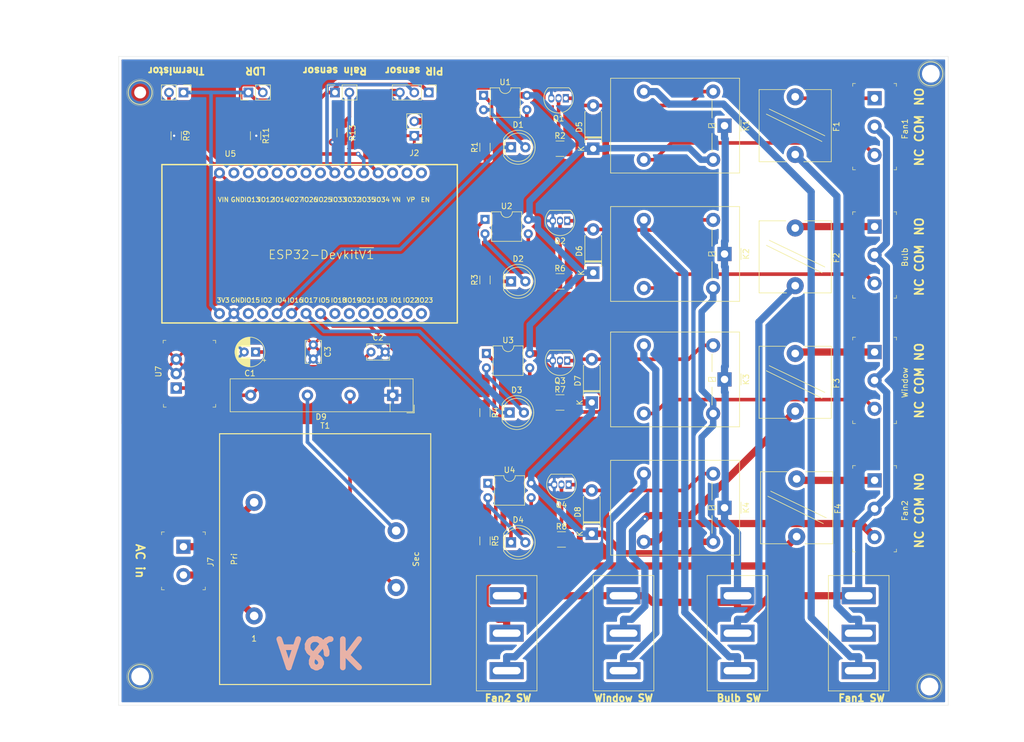
<source format=kicad_pcb>
(kicad_pcb (version 20171130) (host pcbnew "(5.1.10)-1")
  (layers (0 F.Cu signal) (31 B.Cu signal) (34 B.Paste user) (35 F.Paste user) (36 B.SilkS user) (37 F.SilkS user) (38 B.Mask user) (39 F.Mask user) (44 Edge.Cuts user))
  (net 0 "")
  (net 1 GND)
  (net 2 "Net-(C1-Pad1)")
  (net 3 VCC)
  (net 4 "Net-(D1-Pad2)")
  (net 5 IN1)
  (net 6 "Net-(D2-Pad2)")
  (net 7 JD-VCC)
  (net 8 "Net-(D3-Pad2)")
  (net 9 IN2)
  (net 10 "Net-(D4-Pad2)")
  (net 11 IN3)
  (net 12 "Net-(D5-Pad2)")
  (net 13 IN4)
  (net 14 "Net-(D6-Pad2)")
  (net 15 "Net-(D7-Pad2)")
  (net 16 "Net-(D8-Pad2)")
  (net 17 "Net-(D9-Pad2)")
  (net 18 "Net-(D9-Pad3)")
  (net 19 "Net-(J3-Pad3)")
  (net 20 "/Relay /COM4")
  (net 21 "Net-(J4-Pad3)")
  (net 22 "Net-(J5-Pad3)")
  (net 23 "/Relay /NC4")
  (net 24 "Net-(J7-Pad2)")
  (net 25 "Net-(J7-Pad1)")
  (net 26 "Net-(K1-Pad3)")
  (net 27 "Net-(K2-Pad3)")
  (net 28 "Net-(K3-Pad3)")
  (net 29 "Net-(K4-Pad3)")
  (net 30 "Net-(Q1-Pad2)")
  (net 31 "Net-(Q2-Pad2)")
  (net 32 "Net-(Q3-Pad2)")
  (net 33 "Net-(Q4-Pad2)")
  (net 34 "Net-(R1-Pad2)")
  (net 35 "Net-(R2-Pad1)")
  (net 36 "Net-(R3-Pad2)")
  (net 37 "Net-(R4-Pad2)")
  (net 38 "Net-(R5-Pad2)")
  (net 39 "Net-(R6-Pad1)")
  (net 40 "Net-(R7-Pad1)")
  (net 41 "Net-(R8-Pad1)")
  (net 42 "Net-(R9-Pad1)")
  (net 43 "Net-(R10-Pad2)")
  (net 44 "Net-(R10-Pad1)")
  (net 45 "Net-(R12-Pad2)")
  (net 46 "Net-(U5-Pad16)")
  (net 47 "Net-(U5-Pad17)")
  (net 48 "Net-(U5-Pad18)")
  (net 49 "Net-(U5-Pad22)")
  (net 50 "Net-(U5-Pad23)")
  (net 51 "Net-(U5-Pad24)")
  (net 52 "Net-(U5-Pad26)")
  (net 53 "Net-(U5-Pad27)")
  (net 54 "Net-(U5-Pad28)")
  (net 55 "Net-(U5-Pad15)")
  (net 56 "Net-(U5-Pad14)")
  (net 57 "Net-(U5-Pad13)")
  (net 58 "Net-(U5-Pad12)")
  (net 59 "Net-(U5-Pad11)")
  (net 60 "Net-(U5-Pad10)")
  (net 61 "Net-(U5-Pad9)")
  (net 62 "Net-(U5-Pad4)")
  (net 63 "Net-(U5-Pad3)")
  (net 64 "Net-(F1-Pad1)")
  (net 65 "Net-(F1-Pad2)")
  (net 66 "Net-(F2-Pad1)")
  (net 67 "Net-(F2-Pad2)")
  (net 68 "Net-(F3-Pad1)")
  (net 69 "Net-(F3-Pad2)")
  (net 70 "Net-(F4-Pad1)")
  (net 71 "Net-(F4-Pad2)")
  (module MountingHole:MountingHole_2.1mm (layer F.Cu) (at 215.138 32.766)
    (fp_text reference REF**)
    (fp_text value MountingHole_2.1mm)
    (pad "" np_thru_hole circle (at 0 0) (size 2.1 2.1) (drill 2.1) (layers *.Cu *.Mask))
  )
  (module MountingHole:MountingHole_2.1mm (layer F.Cu) (at 75.946 36.068)
    (fp_text reference REF**)
    (fp_text value MountingHole_2.1mm)
    (pad "" np_thru_hole circle (at 0 0) (size 2.1 2.1) (drill 2.1) (layers *.Cu *.Mask))
  )
  (module MountingHole:MountingHole_2.1mm (layer F.Cu) (at 75.946 138.938)
    (fp_text reference REF**)
    (fp_text value MountingHole_2.1mm)
    (pad "" np_thru_hole circle (at 0 0) (size 2.1 2.1) (drill 2.1) (layers *.Cu *.Mask))
  )
  (module MountingHole:MountingHole_2.1mm (layer F.Cu) (at 214.884 140.716)
    (fp_text reference REF**)
    (fp_text value MountingHole_2.1mm)
    (pad "" np_thru_hole circle (at 0 0) (size 2.1 2.1) (drill 2.1) (layers *.Cu *.Mask))
  )
  (module Fuse:Fuseholder_Cylinder-5x20mm_Bulgin_FX0456_Vertical_Closed (layer F.Cu) (at 191.516 104.14 270)
    (fp_text reference F4 (at 5.25 -7.25 270) (layer F.SilkS))
    (fp_text value Fuse)
    (pad 1 thru_hole circle (at 0 0 270) (size 3 3) (drill 1.35) (layers *.Cu *.Mask) (net 70 "Net-(F4-Pad1)"))
    (pad 2 thru_hole circle (at 10.16 0 270) (size 3 3) (drill 1.35) (layers *.Cu *.Mask) (net 71 "Net-(F4-Pad2)"))
  )
  (module Fuse:Fuseholder_Cylinder-5x20mm_Bulgin_FX0456_Vertical_Closed (layer F.Cu) (at 191.262 82.042 270)
    (fp_text reference F3 (at 5.25 -7.25 270) (layer F.SilkS))
    (fp_text value Fuse)
    (pad 1 thru_hole circle (at 0 0 270) (size 3 3) (drill 1.35) (layers *.Cu *.Mask) (net 68 "Net-(F3-Pad1)"))
    (pad 2 thru_hole circle (at 10.16 0 270) (size 3 3) (drill 1.35) (layers *.Cu *.Mask) (net 69 "Net-(F3-Pad2)"))
  )
  (module Fuse:Fuseholder_Cylinder-5x20mm_Bulgin_FX0456_Vertical_Closed (layer F.Cu) (at 191.262 36.83 270)
    (fp_text reference F1 (at 5.25 -7.25 270) (layer F.SilkS))
    (fp_text value Fuse)
    (pad 1 thru_hole circle (at 0 0 270) (size 3 3) (drill 1.35) (layers *.Cu *.Mask) (net 64 "Net-(F1-Pad1)"))
    (pad 2 thru_hole circle (at 10.16 0 270) (size 3 3) (drill 1.35) (layers *.Cu *.Mask) (net 65 "Net-(F1-Pad2)"))
  )
  (module Fuse:Fuseholder_Cylinder-5x20mm_Bulgin_FX0456_Vertical_Closed (layer F.Cu) (at 191.262 59.944 270)
    (fp_text reference F2 (at 5.25 -7.25 270) (layer F.SilkS))
    (fp_text value Fuse)
    (pad 1 thru_hole circle (at 0 0 270) (size 3 3) (drill 1.35) (layers *.Cu *.Mask) (net 66 "Net-(F2-Pad1)"))
    (pad 2 thru_hole circle (at 10.16 0 270) (size 3 3) (drill 1.35) (layers *.Cu *.Mask) (net 67 "Net-(F2-Pad2)"))
  )
  (module Transformer_THT:Transformer_CHK_EI42-5VA_1xSec (layer F.Cu) (at 96.012 128.27)
    (fp_text reference T1 (at 12.5 -33.5) (layer F.SilkS))
    (fp_text value Transformer_1P_1S)
    (fp_text user 1 (at 0 4) (layer F.SilkS))
    (fp_text user Pri (at -3.5 -10 90) (layer F.SilkS))
    (fp_text user Sec (at 28.5 -10 90) (layer F.SilkS))
    (pad 4 thru_hole circle (at 25 -5) (size 3 3) (drill 1.5) (layers *.Cu *.Mask) (net 17 "Net-(D9-Pad2)"))
    (pad 3 thru_hole circle (at 25 -15) (size 3 3) (drill 1.5) (layers *.Cu *.Mask) (net 18 "Net-(D9-Pad3)"))
    (pad 2 thru_hole circle (at 0 -20) (size 3 3) (drill 1.5) (layers *.Cu *.Mask) (net 25 "Net-(J7-Pad1)"))
    (pad 1 thru_hole circle (at 0 0) (size 3 3) (drill 1.5) (layers *.Cu *.Mask) (net 24 "Net-(J7-Pad2)"))
  )
  (module digikey-kicad-library-master:3-SIP_Module_V7805-1000 (layer F.Cu) (at 82.296 88.138 90)
    (fp_text reference U7 (at 2.91 -3.12 90) (layer F.SilkS))
    (fp_text value L7805)
    (pad 3 thru_hole circle (at 5.08 0 90) (size 2 2) (drill 1) (layers *.Cu *.Mask) (net 3 VCC))
    (pad 2 thru_hole circle (at 2.54 0 90) (size 2 2) (drill 1) (layers *.Cu *.Mask) (net 1 GND))
    (pad 1 thru_hole rect (at 0 0 90) (size 2 2) (drill 1) (layers *.Cu *.Mask) (net 2 "Net-(C1-Pad1)"))
  )
  (module Connector_PinHeader_2.54mm:PinHeader_1x03_P2.54mm_Vertical (layer F.Cu) (at 126.746 36.068 270)
    (fp_text reference "PIR sensor" (at -3.81 2.54 180 unlocked) (layer F.SilkS) (effects (font (size 1.25 1.25) (thickness 0.3125))))
    (fp_text value AM312)
    (pad 3 thru_hole oval (at 0 5.08 270) (size 1.7 1.7) (drill 1) (layers *.Cu *.Mask) (net 1 GND))
    (pad 2 thru_hole oval (at 0 2.54 270) (size 1.7 1.7) (drill 1) (layers *.Cu *.Mask) (net 49 "Net-(U5-Pad22)"))
    (pad 1 thru_hole rect (at 0 0 270) (size 1.7 1.7) (drill 1) (layers *.Cu *.Mask) (net 44 "Net-(R10-Pad1)"))
  )
  (module ESP32DEVKITV1:ESP32-DEVKITV1 (layer F.Cu) (at 112.776 61.468)
    (fp_text reference U5 (at -20.955 -14.605) (layer F.SilkS))
    (fp_text value ESP32DEVKITV1)
    (fp_text user ESP32-Devkit~V1 (at -4.93 3.18) (layer F.SilkS) (effects (font (size 1.52 1.52))))
    (fp_text user EN (at 13.37 -6.52) (layer F.SilkS) (effects (font (size 0.8 0.8))))
    (fp_text user VP (at 10.83 -6.52) (layer F.SilkS) (effects (font (size 0.8 0.8))))
    (fp_text user VN (at 8.29 -6.52) (layer F.SilkS) (effects (font (size 0.8 0.8))))
    (fp_text user IO34 (at 5.75 -6.52) (layer F.SilkS) (effects (font (size 0.8 0.8))))
    (fp_text user IO35 (at 3.21 -6.52) (layer F.SilkS) (effects (font (size 0.8 0.8))))
    (fp_text user IO32 (at 0.67 -6.52) (layer F.SilkS) (effects (font (size 0.8 0.8))))
    (fp_text user IO33 (at -1.87 -6.52) (layer F.SilkS) (effects (font (size 0.8 0.8))))
    (fp_text user IO25 (at -4.41 -6.52) (layer F.SilkS) (effects (font (size 0.8 0.8))))
    (fp_text user IO26 (at -6.95 -6.52) (layer F.SilkS) (effects (font (size 0.8 0.8))))
    (fp_text user IO27 (at -9.49 -6.52) (layer F.SilkS) (effects (font (size 0.8 0.8))))
    (fp_text user IO14 (at -12.03 -6.52) (layer F.SilkS) (effects (font (size 0.8 0.8))))
    (fp_text user IO12 (at -14.57 -6.52) (layer F.SilkS) (effects (font (size 0.8 0.8))))
    (fp_text user IO13 (at -17.11 -6.52) (layer F.SilkS) (effects (font (size 0.8 0.8))))
    (fp_text user GND (at -19.65 -6.52) (layer F.SilkS) (effects (font (size 0.8 0.8))))
    (fp_text user VIN (at -22.19 -6.52) (layer F.SilkS) (effects (font (size 0.8 0.8))))
    (fp_text user IO23 (at 13.35 11.2) (layer F.SilkS) (effects (font (size 0.8 0.8))))
    (fp_text user IO22 (at 10.81 11.2) (layer F.SilkS) (effects (font (size 0.8 0.8))))
    (fp_text user IO1 (at 8.27 11.2) (layer F.SilkS) (effects (font (size 0.8 0.8))))
    (fp_text user IO3 (at 5.73 11.2) (layer F.SilkS) (effects (font (size 0.8 0.8))))
    (fp_text user IO21 (at 3.19 11.2) (layer F.SilkS) (effects (font (size 0.8 0.8))))
    (fp_text user IO19 (at 0.65 11.2) (layer F.SilkS) (effects (font (size 0.8 0.8))))
    (fp_text user IO18 (at -1.89 11.2) (layer F.SilkS) (effects (font (size 0.8 0.8))))
    (fp_text user IO5 (at -4.43 11.2) (layer F.SilkS) (effects (font (size 0.8 0.8))))
    (fp_text user IO17 (at -6.97 11.2) (layer F.SilkS) (effects (font (size 0.8 0.8))))
    (fp_text user IO16 (at -9.51 11.2) (layer F.SilkS) (effects (font (size 0.8 0.8))))
    (fp_text user IO4 (at -12.05 11.2) (layer F.SilkS) (effects (font (size 0.8 0.8))))
    (fp_text user IO2 (at -14.59 11.2) (layer F.SilkS) (effects (font (size 0.8 0.8))))
    (fp_text user IO15 (at -17.13 11.2) (layer F.SilkS) (effects (font (size 0.8 0.8))))
    (fp_text user GND (at -19.67 11.2) (layer F.SilkS) (effects (font (size 0.8 0.8))))
    (fp_text user 3V3 (at -22.21 11.2) (layer F.SilkS) (effects (font (size 0.8 0.8))))
    (pad 16 thru_hole circle (at 12.69 -11.23) (size 1.9304 1.9304) (drill 1) (layers *.Cu *.Mask) (net 46 "Net-(U5-Pad16)"))
    (pad 17 thru_hole circle (at 10.15 -11.23) (size 1.9304 1.9304) (drill 1) (layers *.Cu *.Mask) (net 47 "Net-(U5-Pad17)"))
    (pad 18 thru_hole circle (at 7.61 -11.23) (size 1.9304 1.9304) (drill 1) (layers *.Cu *.Mask) (net 48 "Net-(U5-Pad18)"))
    (pad 19 thru_hole circle (at 5.07 -11.23) (size 1.9304 1.9304) (drill 1) (layers *.Cu *.Mask) (net 42 "Net-(R9-Pad1)"))
    (pad 20 thru_hole circle (at 2.53 -11.23) (size 1.9304 1.9304) (drill 1) (layers *.Cu *.Mask) (net 43 "Net-(R10-Pad2)"))
    (pad 21 thru_hole circle (at -0.01 -11.23) (size 1.9304 1.9304) (drill 1) (layers *.Cu *.Mask) (net 45 "Net-(R12-Pad2)"))
    (pad 22 thru_hole circle (at -2.55 -11.23) (size 1.9304 1.9304) (drill 1) (layers *.Cu *.Mask) (net 49 "Net-(U5-Pad22)"))
    (pad 23 thru_hole circle (at -5.09 -11.23) (size 1.9304 1.9304) (drill 1) (layers *.Cu *.Mask) (net 50 "Net-(U5-Pad23)"))
    (pad 24 thru_hole circle (at -7.63 -11.23) (size 1.9304 1.9304) (drill 1) (layers *.Cu *.Mask) (net 51 "Net-(U5-Pad24)"))
    (pad 25 thru_hole circle (at -10.17 -11.23) (size 1.9304 1.9304) (drill 1) (layers *.Cu *.Mask))
    (pad 26 thru_hole circle (at -12.71 -11.23) (size 1.9304 1.9304) (drill 1) (layers *.Cu *.Mask) (net 52 "Net-(U5-Pad26)"))
    (pad 27 thru_hole circle (at -15.25 -11.23) (size 1.9304 1.9304) (drill 1) (layers *.Cu *.Mask) (net 53 "Net-(U5-Pad27)"))
    (pad 28 thru_hole circle (at -17.79 -11.23) (size 1.9304 1.9304) (drill 1) (layers *.Cu *.Mask) (net 54 "Net-(U5-Pad28)"))
    (pad 29 thru_hole circle (at -20.33 -11.23) (size 1.9304 1.9304) (drill 1) (layers *.Cu *.Mask))
    (pad 30 thru_hole circle (at -22.87 -11.23) (size 1.9304 1.9304) (drill 1) (layers *.Cu *.Mask) (net 3 VCC))
    (pad 15 thru_hole circle (at 12.69 13.54) (size 1.9304 1.9304) (drill 1) (layers *.Cu *.Mask) (net 55 "Net-(U5-Pad15)"))
    (pad 14 thru_hole circle (at 10.15 13.54) (size 1.9304 1.9304) (drill 1) (layers *.Cu *.Mask) (net 56 "Net-(U5-Pad14)"))
    (pad 13 thru_hole circle (at 7.61 13.54) (size 1.9304 1.9304) (drill 1) (layers *.Cu *.Mask) (net 57 "Net-(U5-Pad13)"))
    (pad 12 thru_hole circle (at 5.07 13.54) (size 1.9304 1.9304) (drill 1) (layers *.Cu *.Mask) (net 58 "Net-(U5-Pad12)"))
    (pad 11 thru_hole circle (at 2.53 13.54) (size 1.9304 1.9304) (drill 1) (layers *.Cu *.Mask) (net 59 "Net-(U5-Pad11)"))
    (pad 10 thru_hole circle (at -0.01 13.54) (size 1.9304 1.9304) (drill 1) (layers *.Cu *.Mask) (net 60 "Net-(U5-Pad10)"))
    (pad 9 thru_hole circle (at -2.55 13.54) (size 1.9304 1.9304) (drill 1) (layers *.Cu *.Mask) (net 61 "Net-(U5-Pad9)"))
    (pad 8 thru_hole circle (at -5.09 13.54) (size 1.9304 1.9304) (drill 1) (layers *.Cu *.Mask) (net 13 IN4))
    (pad 7 thru_hole circle (at -7.63 13.54) (size 1.9304 1.9304) (drill 1) (layers *.Cu *.Mask) (net 11 IN3))
    (pad 6 thru_hole circle (at -10.17 13.54) (size 1.9304 1.9304) (drill 1) (layers *.Cu *.Mask) (net 9 IN2))
    (pad 5 thru_hole circle (at -12.71 13.54) (size 1.9304 1.9304) (drill 1) (layers *.Cu *.Mask) (net 5 IN1))
    (pad 4 thru_hole circle (at -15.25 13.54) (size 1.9304 1.9304) (drill 1) (layers *.Cu *.Mask) (net 62 "Net-(U5-Pad4)"))
    (pad 3 thru_hole circle (at -17.79 13.54) (size 1.9304 1.9304) (drill 1) (layers *.Cu *.Mask) (net 63 "Net-(U5-Pad3)"))
    (pad 2 thru_hole circle (at -20.33 13.54) (size 1.9304 1.9304) (drill 1) (layers *.Cu *.Mask) (net 1 GND))
    (pad 1 thru_hole circle (at -22.87 13.54) (size 1.9304 1.9304) (drill 1) (layers *.Cu *.Mask) (net 44 "Net-(R10-Pad1)"))
  )
  (module Package_DIP:DIP-4_W7.62mm (layer F.Cu) (at 137.16 104.902)
    (fp_text reference U4 (at 3.81 -2.33) (layer F.SilkS))
    (fp_text value PC817)
    (pad 4 thru_hole oval (at 7.62 0) (size 1.6 1.6) (drill 0.8) (layers *.Cu *.Mask) (net 7 JD-VCC))
    (pad 2 thru_hole oval (at 0 2.54) (size 1.6 1.6) (drill 0.8) (layers *.Cu *.Mask) (net 10 "Net-(D4-Pad2)"))
    (pad 3 thru_hole oval (at 7.62 2.54) (size 1.6 1.6) (drill 0.8) (layers *.Cu *.Mask) (net 41 "Net-(R8-Pad1)"))
    (pad 1 thru_hole rect (at 0 0) (size 1.6 1.6) (drill 0.8) (layers *.Cu *.Mask) (net 38 "Net-(R5-Pad2)"))
  )
  (module Package_DIP:DIP-4_W7.62mm (layer F.Cu) (at 136.906 82.042)
    (fp_text reference U3 (at 3.81 -2.33) (layer F.SilkS))
    (fp_text value PC817)
    (pad 4 thru_hole oval (at 7.62 0) (size 1.6 1.6) (drill 0.8) (layers *.Cu *.Mask) (net 7 JD-VCC))
    (pad 2 thru_hole oval (at 0 2.54) (size 1.6 1.6) (drill 0.8) (layers *.Cu *.Mask) (net 8 "Net-(D3-Pad2)"))
    (pad 3 thru_hole oval (at 7.62 2.54) (size 1.6 1.6) (drill 0.8) (layers *.Cu *.Mask) (net 40 "Net-(R7-Pad1)"))
    (pad 1 thru_hole rect (at 0 0) (size 1.6 1.6) (drill 0.8) (layers *.Cu *.Mask) (net 37 "Net-(R4-Pad2)"))
  )
  (module Package_DIP:DIP-4_W7.62mm (layer F.Cu) (at 136.652 58.42)
    (fp_text reference U2 (at 3.81 -2.33) (layer F.SilkS))
    (fp_text value PC817)
    (pad 4 thru_hole oval (at 7.62 0) (size 1.6 1.6) (drill 0.8) (layers *.Cu *.Mask) (net 7 JD-VCC))
    (pad 2 thru_hole oval (at 0 2.54) (size 1.6 1.6) (drill 0.8) (layers *.Cu *.Mask) (net 6 "Net-(D2-Pad2)"))
    (pad 3 thru_hole oval (at 7.62 2.54) (size 1.6 1.6) (drill 0.8) (layers *.Cu *.Mask) (net 39 "Net-(R6-Pad1)"))
    (pad 1 thru_hole rect (at 0 0) (size 1.6 1.6) (drill 0.8) (layers *.Cu *.Mask) (net 36 "Net-(R3-Pad2)"))
  )
  (module Package_DIP:DIP-4_W7.62mm (layer F.Cu) (at 136.398 36.576)
    (fp_text reference U1 (at 3.81 -2.33) (layer F.SilkS))
    (fp_text value PC817)
    (pad 4 thru_hole oval (at 7.62 0) (size 1.6 1.6) (drill 0.8) (layers *.Cu *.Mask) (net 7 JD-VCC))
    (pad 2 thru_hole oval (at 0 2.54) (size 1.6 1.6) (drill 0.8) (layers *.Cu *.Mask) (net 4 "Net-(D1-Pad2)"))
    (pad 3 thru_hole oval (at 7.62 2.54) (size 1.6 1.6) (drill 0.8) (layers *.Cu *.Mask) (net 35 "Net-(R2-Pad1)"))
    (pad 1 thru_hole rect (at 0 0) (size 1.6 1.6) (drill 0.8) (layers *.Cu *.Mask) (net 34 "Net-(R1-Pad2)"))
  )
  (module Connector_PinHeader_2.54mm:PinHeader_1x02_P2.54mm_Vertical (layer F.Cu) (at 83.566 36.068 270)
    (fp_text reference Thermistor (at -3.81 1.27 180 unlocked) (layer F.SilkS) (effects (font (size 1.25 1.25) (thickness 0.3125))))
    (fp_text value Thermistor)
    (pad 2 thru_hole oval (at 0 2.54 270) (size 1.7 1.7) (drill 1) (layers *.Cu *.Mask) (net 42 "Net-(R9-Pad1)"))
    (pad 1 thru_hole rect (at 0 0 270) (size 1.7 1.7) (drill 1) (layers *.Cu *.Mask) (net 44 "Net-(R10-Pad1)"))
  )
  (module Button_Switch_THT:rocker_switch (layer F.Cu) (at 140.462 131.318 90)
    (fp_text reference "Fan2 SW" (at -11.43 0.254 180) (layer F.SilkS) (effects (font (size 1.25 1.25) (thickness 0.3125))))
    (fp_text value SW_SPDT)
    (pad 2 thru_hole rect (at 0 0 90) (size 3 6) (drill oval 1.3 4.9) (layers *.Cu *.Mask) (net 71 "Net-(F4-Pad2)"))
    (pad 1 thru_hole rect (at -6.6 0 90) (size 3 6) (drill oval 1.3 4.9) (layers *.Cu *.Mask) (net 29 "Net-(K4-Pad3)"))
    (pad 3 thru_hole rect (at 6.6 0 90) (size 3 6) (drill oval 1.3 4.9) (layers *.Cu *.Mask) (net 20 "/Relay /COM4"))
  )
  (module Button_Switch_THT:rocker_switch (layer F.Cu) (at 181.102 131.318 90)
    (fp_text reference "Bulb SW" (at -11.43 0.254 180) (layer F.SilkS) (effects (font (size 1.25 1.25) (thickness 0.3125))))
    (fp_text value SW_SPDT)
    (pad 3 thru_hole rect (at 6.6 0 90) (size 3 6) (drill oval 1.3 4.9) (layers *.Cu *.Mask) (net 20 "/Relay /COM4"))
    (pad 1 thru_hole rect (at -6.6 0 90) (size 3 6) (drill oval 1.3 4.9) (layers *.Cu *.Mask) (net 27 "Net-(K2-Pad3)"))
    (pad 2 thru_hole rect (at 0 0 90) (size 3 6) (drill oval 1.3 4.9) (layers *.Cu *.Mask) (net 67 "Net-(F2-Pad2)"))
  )
  (module Button_Switch_THT:rocker_switch (layer F.Cu) (at 161.036 131.318 90)
    (fp_text reference "Window SW" (at -11.43 0 180) (layer F.SilkS) (effects (font (size 1.25 1.25) (thickness 0.3125))))
    (fp_text value SW_SPDT)
    (pad 3 thru_hole rect (at 6.6 0 90) (size 3 6) (drill oval 1.3 4.9) (layers *.Cu *.Mask) (net 20 "/Relay /COM4"))
    (pad 1 thru_hole rect (at -6.6 0 90) (size 3 6) (drill oval 1.3 4.9) (layers *.Cu *.Mask) (net 28 "Net-(K3-Pad3)"))
    (pad 2 thru_hole rect (at 0 0 90) (size 3 6) (drill oval 1.3 4.9) (layers *.Cu *.Mask) (net 69 "Net-(F3-Pad2)"))
  )
  (module Button_Switch_THT:rocker_switch (layer F.Cu) (at 202.438 131.318 90)
    (fp_text reference "Fan1 SW" (at -11.43 0.508 180) (layer F.SilkS) (effects (font (size 1.25 1.25) (thickness 0.3125))))
    (fp_text value SW_SPDT)
    (pad 3 thru_hole rect (at 6.6 0 90) (size 3 6) (drill oval 1.3 4.9) (layers *.Cu *.Mask) (net 20 "/Relay /COM4"))
    (pad 1 thru_hole rect (at -6.6 0 90) (size 3 6) (drill oval 1.3 4.9) (layers *.Cu *.Mask) (net 26 "Net-(K1-Pad3)"))
    (pad 2 thru_hole rect (at 0 0 90) (size 3 6) (drill oval 1.3 4.9) (layers *.Cu *.Mask) (net 65 "Net-(F1-Pad2)"))
  )
  (module Resistor_SMD:R_1206_3216Metric_Pad1.30x1.75mm_HandSolder (layer F.Cu) (at 111.506 43.18 270)
    (fp_text reference R13 (at 0 -1.82 90) (layer F.SilkS))
    (fp_text value 10k)
    (pad 2 smd roundrect (at 1.55 0 270) (size 1.3 1.75) (layers F.Cu F.Paste F.Mask) (roundrect_rratio 0.1923076923076923) (net 1 GND))
    (pad 1 smd roundrect (at -1.55 0 270) (size 1.3 1.75) (layers F.Cu F.Paste F.Mask) (roundrect_rratio 0.1923076923076923) (net 45 "Net-(R12-Pad2)"))
  )
  (module Connector_PinSocket_2.54mm:PinSocket_1x02_P2.54mm_Vertical (layer F.Cu) (at 110.236 36.068 90)
    (fp_text reference "Rain sensor" (at 3.81 0 180 unlocked) (layer F.SilkS) (effects (font (size 1.25 1.25) (thickness 0.3125))))
    (fp_text value "Rain Sensor")
    (pad 2 thru_hole oval (at 0 2.54 90) (size 1.7 1.7) (drill 1) (layers *.Cu *.Mask) (net 45 "Net-(R12-Pad2)"))
    (pad 1 thru_hole rect (at 0 0 90) (size 1.7 1.7) (drill 1) (layers *.Cu *.Mask) (net 44 "Net-(R10-Pad1)"))
  )
  (module Resistor_SMD:R_1206_3216Metric_Pad1.30x1.75mm_HandSolder (layer F.Cu) (at 96.266 43.688 270)
    (fp_text reference R11 (at 0 -1.82 90) (layer F.SilkS))
    (fp_text value 10k)
    (pad 2 smd roundrect (at 1.55 0 270) (size 1.3 1.75) (layers F.Cu F.Paste F.Mask) (roundrect_rratio 0.1923076923076923) (net 1 GND))
    (pad 1 smd roundrect (at -1.55 0 270) (size 1.3 1.75) (layers F.Cu F.Paste F.Mask) (roundrect_rratio 0.1923076923076923) (net 43 "Net-(R10-Pad2)"))
  )
  (module Connector_PinHeader_2.54mm:PinHeader_1x02_P2.54mm_Vertical (layer F.Cu) (at 94.996 36.068 90)
    (fp_text reference LDR (at 3.81 1.27 180 unlocked) (layer F.SilkS) (effects (font (size 1.25 1.25) (thickness 0.3125))))
    (fp_text value LDR03)
    (pad 2 thru_hole oval (at 0 2.54 90) (size 1.7 1.7) (drill 1) (layers *.Cu *.Mask) (net 43 "Net-(R10-Pad2)"))
    (pad 1 thru_hole rect (at 0 0 90) (size 1.7 1.7) (drill 1) (layers *.Cu *.Mask) (net 44 "Net-(R10-Pad1)"))
  )
  (module Resistor_SMD:R_1206_3216Metric_Pad1.30x1.75mm_HandSolder (layer F.Cu) (at 82.296 43.688 270)
    (fp_text reference R9 (at 0 -1.82 90) (layer F.SilkS))
    (fp_text value 10k)
    (pad 2 smd roundrect (at 1.55 0 270) (size 1.3 1.75) (layers F.Cu F.Paste F.Mask) (roundrect_rratio 0.1923076923076923) (net 1 GND))
    (pad 1 smd roundrect (at -1.55 0 270) (size 1.3 1.75) (layers F.Cu F.Paste F.Mask) (roundrect_rratio 0.1923076923076923) (net 42 "Net-(R9-Pad1)"))
  )
  (module Resistor_SMD:R_1210_3225Metric_Pad1.30x2.65mm_HandSolder (layer F.Cu) (at 150.114 114.808)
    (fp_text reference R8 (at 0 -2.28) (layer F.SilkS))
    (fp_text value 510)
    (pad 2 smd roundrect (at 1.55 0) (size 1.3 2.65) (layers F.Cu F.Paste F.Mask) (roundrect_rratio 0.1923076923076923) (net 33 "Net-(Q4-Pad2)"))
    (pad 1 smd roundrect (at -1.55 0) (size 1.3 2.65) (layers F.Cu F.Paste F.Mask) (roundrect_rratio 0.1923076923076923) (net 41 "Net-(R8-Pad1)"))
  )
  (module Resistor_SMD:R_1210_3225Metric_Pad1.30x2.65mm_HandSolder (layer F.Cu) (at 149.86 90.678)
    (fp_text reference R7 (at 0 -2.28) (layer F.SilkS))
    (fp_text value 510)
    (pad 2 smd roundrect (at 1.55 0) (size 1.3 2.65) (layers F.Cu F.Paste F.Mask) (roundrect_rratio 0.1923076923076923) (net 32 "Net-(Q3-Pad2)"))
    (pad 1 smd roundrect (at -1.55 0) (size 1.3 2.65) (layers F.Cu F.Paste F.Mask) (roundrect_rratio 0.1923076923076923) (net 40 "Net-(R7-Pad1)"))
  )
  (module Resistor_SMD:R_1210_3225Metric_Pad1.30x2.65mm_HandSolder (layer F.Cu) (at 149.86 69.342)
    (fp_text reference R6 (at 0 -2.28) (layer F.SilkS))
    (fp_text value 510)
    (pad 2 smd roundrect (at 1.55 0) (size 1.3 2.65) (layers F.Cu F.Paste F.Mask) (roundrect_rratio 0.1923076923076923) (net 31 "Net-(Q2-Pad2)"))
    (pad 1 smd roundrect (at -1.55 0) (size 1.3 2.65) (layers F.Cu F.Paste F.Mask) (roundrect_rratio 0.1923076923076923) (net 39 "Net-(R6-Pad1)"))
  )
  (module Resistor_SMD:R_1206_3216Metric_Pad1.30x1.75mm_HandSolder (layer F.Cu) (at 136.652 115.062 270)
    (fp_text reference R5 (at 0 -1.82 90) (layer F.SilkS))
    (fp_text value 1k)
    (pad 2 smd roundrect (at 1.55 0 270) (size 1.3 1.75) (layers F.Cu F.Paste F.Mask) (roundrect_rratio 0.1923076923076923) (net 38 "Net-(R5-Pad2)"))
    (pad 1 smd roundrect (at -1.55 0 270) (size 1.3 1.75) (layers F.Cu F.Paste F.Mask) (roundrect_rratio 0.1923076923076923) (net 3 VCC))
  )
  (module Resistor_SMD:R_1206_3216Metric_Pad1.30x1.75mm_HandSolder (layer F.Cu) (at 136.652 92.456 270)
    (fp_text reference R4 (at 0 -1.82 90) (layer F.SilkS))
    (fp_text value 1k)
    (pad 2 smd roundrect (at 1.55 0 270) (size 1.3 1.75) (layers F.Cu F.Paste F.Mask) (roundrect_rratio 0.1923076923076923) (net 37 "Net-(R4-Pad2)"))
    (pad 1 smd roundrect (at -1.55 0 270) (size 1.3 1.75) (layers F.Cu F.Paste F.Mask) (roundrect_rratio 0.1923076923076923) (net 3 VCC))
  )
  (module Resistor_SMD:R_1206_3216Metric_Pad1.30x1.75mm_HandSolder (layer F.Cu) (at 136.652 69.088 90)
    (fp_text reference R3 (at 0 -1.82 90) (layer F.SilkS))
    (fp_text value 1k)
    (pad 2 smd roundrect (at 1.55 0 90) (size 1.3 1.75) (layers F.Cu F.Paste F.Mask) (roundrect_rratio 0.1923076923076923) (net 36 "Net-(R3-Pad2)"))
    (pad 1 smd roundrect (at -1.55 0 90) (size 1.3 1.75) (layers F.Cu F.Paste F.Mask) (roundrect_rratio 0.1923076923076923) (net 3 VCC))
  )
  (module Resistor_SMD:R_1210_3225Metric_Pad1.30x2.65mm_HandSolder (layer F.Cu) (at 149.86 45.974)
    (fp_text reference R2 (at 0 -2.28) (layer F.SilkS))
    (fp_text value 510)
    (pad 2 smd roundrect (at 1.55 0) (size 1.3 2.65) (layers F.Cu F.Paste F.Mask) (roundrect_rratio 0.1923076923076923) (net 30 "Net-(Q1-Pad2)"))
    (pad 1 smd roundrect (at -1.55 0) (size 1.3 2.65) (layers F.Cu F.Paste F.Mask) (roundrect_rratio 0.1923076923076923) (net 35 "Net-(R2-Pad1)"))
  )
  (module Resistor_SMD:R_1206_3216Metric_Pad1.30x1.75mm_HandSolder (layer F.Cu) (at 136.652 45.72 90)
    (fp_text reference R1 (at 0 -1.82 90) (layer F.SilkS))
    (fp_text value 1k)
    (pad 2 smd roundrect (at 1.55 0 90) (size 1.3 1.75) (layers F.Cu F.Paste F.Mask) (roundrect_rratio 0.1923076923076923) (net 34 "Net-(R1-Pad2)"))
    (pad 1 smd roundrect (at -1.55 0 90) (size 1.3 1.75) (layers F.Cu F.Paste F.Mask) (roundrect_rratio 0.1923076923076923) (net 3 VCC))
  )
  (module Package_TO_SOT_THT:TO-92_Inline (layer F.Cu) (at 151.384 105.156 180)
    (fp_text reference Q4 (at 1.27 -3.56) (layer F.SilkS))
    (fp_text value BC547)
    (pad 1 thru_hole rect (at 0 0 180) (size 1.05 1.5) (drill 0.75) (layers *.Cu *.Mask) (net 16 "Net-(D8-Pad2)"))
    (pad 3 thru_hole oval (at 2.54 0 180) (size 1.05 1.5) (drill 0.75) (layers *.Cu *.Mask) (net 1 GND))
    (pad 2 thru_hole oval (at 1.27 0 180) (size 1.05 1.5) (drill 0.75) (layers *.Cu *.Mask) (net 33 "Net-(Q4-Pad2)"))
  )
  (module Package_TO_SOT_THT:TO-92_Inline (layer F.Cu) (at 151.13 83.312 180)
    (fp_text reference Q3 (at 1.27 -3.56) (layer F.SilkS))
    (fp_text value BC547)
    (pad 1 thru_hole rect (at 0 0 180) (size 1.05 1.5) (drill 0.75) (layers *.Cu *.Mask) (net 15 "Net-(D7-Pad2)"))
    (pad 3 thru_hole oval (at 2.54 0 180) (size 1.05 1.5) (drill 0.75) (layers *.Cu *.Mask) (net 1 GND))
    (pad 2 thru_hole oval (at 1.27 0 180) (size 1.05 1.5) (drill 0.75) (layers *.Cu *.Mask) (net 32 "Net-(Q3-Pad2)"))
  )
  (module Package_TO_SOT_THT:TO-92_Inline (layer F.Cu) (at 151.13 58.674 180)
    (fp_text reference Q2 (at 1.27 -3.56) (layer F.SilkS))
    (fp_text value BC547)
    (pad 1 thru_hole rect (at 0 0 180) (size 1.05 1.5) (drill 0.75) (layers *.Cu *.Mask) (net 14 "Net-(D6-Pad2)"))
    (pad 3 thru_hole oval (at 2.54 0 180) (size 1.05 1.5) (drill 0.75) (layers *.Cu *.Mask) (net 1 GND))
    (pad 2 thru_hole oval (at 1.27 0 180) (size 1.05 1.5) (drill 0.75) (layers *.Cu *.Mask) (net 31 "Net-(Q2-Pad2)"))
  )
  (module Package_TO_SOT_THT:TO-92_Inline (layer F.Cu) (at 150.876 37.084 180)
    (fp_text reference Q1 (at 1.27 -3.56) (layer F.SilkS))
    (fp_text value BC547)
    (pad 1 thru_hole rect (at 0 0 180) (size 1.05 1.5) (drill 0.75) (layers *.Cu *.Mask) (net 12 "Net-(D5-Pad2)"))
    (pad 3 thru_hole oval (at 2.54 0 180) (size 1.05 1.5) (drill 0.75) (layers *.Cu *.Mask) (net 1 GND))
    (pad 2 thru_hole oval (at 1.27 0 180) (size 1.05 1.5) (drill 0.75) (layers *.Cu *.Mask) (net 30 "Net-(Q1-Pad2)"))
  )
  (module Relay_THT:Relay_SPDT_Omron-G5LE-1 (layer F.Cu) (at 178.816 109.22 270)
    (fp_text reference K4 (at 0 -3.8 90) (layer F.SilkS))
    (fp_text value G5LE-1)
    (pad 5 thru_hole oval (at 6 2 270) (size 2.5 2.5) (drill 1.3) (layers *.Cu *.Mask) (net 7 JD-VCC))
    (pad 4 thru_hole oval (at 6 14.2 270) (size 2.5 2.5) (drill 1.3) (layers *.Cu *.Mask) (net 23 "/Relay /NC4"))
    (pad 3 thru_hole oval (at -6 14.2 270) (size 2.5 2.5) (drill 1.3) (layers *.Cu *.Mask) (net 29 "Net-(K4-Pad3)"))
    (pad 2 thru_hole oval (at -6 2 270) (size 2.5 2.5) (drill 1.3) (layers *.Cu *.Mask) (net 16 "Net-(D8-Pad2)"))
    (pad 1 thru_hole rect (at 0 0 270) (size 2.5 2.5) (drill 1.3) (layers *.Cu *.Mask) (net 20 "/Relay /COM4"))
  )
  (module Relay_THT:Relay_SPDT_Omron-G5LE-1 (layer F.Cu) (at 178.816 86.614 270)
    (fp_text reference K3 (at 0 -3.8 90) (layer F.SilkS))
    (fp_text value G5LE-1)
    (pad 5 thru_hole oval (at 6 2 270) (size 2.5 2.5) (drill 1.3) (layers *.Cu *.Mask) (net 7 JD-VCC))
    (pad 4 thru_hole oval (at 6 14.2 270) (size 2.5 2.5) (drill 1.3) (layers *.Cu *.Mask) (net 21 "Net-(J4-Pad3)"))
    (pad 3 thru_hole oval (at -6 14.2 270) (size 2.5 2.5) (drill 1.3) (layers *.Cu *.Mask) (net 28 "Net-(K3-Pad3)"))
    (pad 2 thru_hole oval (at -6 2 270) (size 2.5 2.5) (drill 1.3) (layers *.Cu *.Mask) (net 15 "Net-(D7-Pad2)"))
    (pad 1 thru_hole rect (at 0 0 270) (size 2.5 2.5) (drill 1.3) (layers *.Cu *.Mask) (net 20 "/Relay /COM4"))
  )
  (module Relay_THT:Relay_SPDT_Omron-G5LE-1 (layer F.Cu) (at 178.816 64.516 270)
    (fp_text reference K2 (at 0 -3.8 90) (layer F.SilkS))
    (fp_text value G5LE-1)
    (pad 5 thru_hole oval (at 6 2 270) (size 2.5 2.5) (drill 1.3) (layers *.Cu *.Mask) (net 7 JD-VCC))
    (pad 4 thru_hole oval (at 6 14.2 270) (size 2.5 2.5) (drill 1.3) (layers *.Cu *.Mask) (net 22 "Net-(J5-Pad3)"))
    (pad 3 thru_hole oval (at -6 14.2 270) (size 2.5 2.5) (drill 1.3) (layers *.Cu *.Mask) (net 27 "Net-(K2-Pad3)"))
    (pad 2 thru_hole oval (at -6 2 270) (size 2.5 2.5) (drill 1.3) (layers *.Cu *.Mask) (net 14 "Net-(D6-Pad2)"))
    (pad 1 thru_hole rect (at 0 0 270) (size 2.5 2.5) (drill 1.3) (layers *.Cu *.Mask) (net 20 "/Relay /COM4"))
  )
  (module Relay_THT:Relay_SPDT_Omron-G5LE-1 (layer F.Cu) (at 178.816 41.91 270)
    (fp_text reference K1 (at 0 -3.8 90) (layer F.SilkS))
    (fp_text value G5LE-1)
    (pad 5 thru_hole oval (at 6 2 270) (size 2.5 2.5) (drill 1.3) (layers *.Cu *.Mask) (net 7 JD-VCC))
    (pad 4 thru_hole oval (at 6 14.2 270) (size 2.5 2.5) (drill 1.3) (layers *.Cu *.Mask) (net 19 "Net-(J3-Pad3)"))
    (pad 3 thru_hole oval (at -6 14.2 270) (size 2.5 2.5) (drill 1.3) (layers *.Cu *.Mask) (net 26 "Net-(K1-Pad3)"))
    (pad 2 thru_hole oval (at -6 2 270) (size 2.5 2.5) (drill 1.3) (layers *.Cu *.Mask) (net 12 "Net-(D5-Pad2)"))
    (pad 1 thru_hole rect (at 0 0 270) (size 2.5 2.5) (drill 1.3) (layers *.Cu *.Mask) (net 20 "/Relay /COM4"))
  )
  (module digikey-kicad-library-master:Term_Block_1x2_P5mm (layer F.Cu) (at 83.566 116.078 270)
    (fp_text reference J7 (at 2.7 -4.8 90) (layer F.SilkS))
    (fp_text value AC_IN)
    (pad 2 thru_hole circle (at 5 0 270) (size 2.5 2.5) (drill 1.3) (layers *.Cu *.Mask) (net 24 "Net-(J7-Pad2)"))
    (pad 1 thru_hole rect (at 0 0 270) (size 2.5 2.5) (drill 1.3) (layers *.Cu *.Mask) (net 25 "Net-(J7-Pad1)"))
  )
  (module digikey-kicad-library-master:Term_Block_1x3_P5mm (layer F.Cu) (at 205.232 104.394 270)
    (fp_text reference Fan2 (at 5.334 -5.334 90) (layer F.SilkS))
    (fp_text value Fan2)
    (pad 3 thru_hole circle (at 10 0 270) (size 2.5 2.5) (drill 1.3) (layers *.Cu *.Mask) (net 23 "/Relay /NC4"))
    (pad 2 thru_hole circle (at 5 0 270) (size 2.5 2.5) (drill 1.3) (layers *.Cu *.Mask) (net 20 "/Relay /COM4"))
    (pad 1 thru_hole rect (at 0 0 270) (size 2.5 2.5) (drill 1.3) (layers *.Cu *.Mask) (net 70 "Net-(F4-Pad1)"))
  )
  (module digikey-kicad-library-master:Term_Block_1x3_P5mm (layer F.Cu) (at 205.232 59.69 270)
    (fp_text reference Bulb (at 5.4 -5.334 90) (layer F.SilkS))
    (fp_text value Bulb)
    (pad 3 thru_hole circle (at 10 0 270) (size 2.5 2.5) (drill 1.3) (layers *.Cu *.Mask) (net 22 "Net-(J5-Pad3)"))
    (pad 2 thru_hole circle (at 5 0 270) (size 2.5 2.5) (drill 1.3) (layers *.Cu *.Mask) (net 20 "/Relay /COM4"))
    (pad 1 thru_hole rect (at 0 0 270) (size 2.5 2.5) (drill 1.3) (layers *.Cu *.Mask) (net 66 "Net-(F2-Pad1)"))
  )
  (module digikey-kicad-library-master:Term_Block_1x3_P5mm (layer F.Cu) (at 205.232 81.788 270)
    (fp_text reference Window (at 5.4 -5.334 90) (layer F.SilkS))
    (fp_text value Window)
    (pad 3 thru_hole circle (at 10 0 270) (size 2.5 2.5) (drill 1.3) (layers *.Cu *.Mask) (net 21 "Net-(J4-Pad3)"))
    (pad 2 thru_hole circle (at 5 0 270) (size 2.5 2.5) (drill 1.3) (layers *.Cu *.Mask) (net 20 "/Relay /COM4"))
    (pad 1 thru_hole rect (at 0 0 270) (size 2.5 2.5) (drill 1.3) (layers *.Cu *.Mask) (net 68 "Net-(F3-Pad1)"))
  )
  (module digikey-kicad-library-master:Term_Block_1x3_P5mm (layer F.Cu) (at 205.232 37.084 270)
    (fp_text reference Fan1 (at 5.4 -5.334 90) (layer F.SilkS))
    (fp_text value Fan1)
    (pad 3 thru_hole circle (at 10 0 270) (size 2.5 2.5) (drill 1.3) (layers *.Cu *.Mask) (net 19 "Net-(J3-Pad3)"))
    (pad 2 thru_hole circle (at 5 0 270) (size 2.5 2.5) (drill 1.3) (layers *.Cu *.Mask) (net 20 "/Relay /COM4"))
    (pad 1 thru_hole rect (at 0 0 270) (size 2.5 2.5) (drill 1.3) (layers *.Cu *.Mask) (net 64 "Net-(F1-Pad1)"))
  )
  (module Connector_PinHeader_2.54mm:PinHeader_1x02_P2.54mm_Vertical (layer F.Cu) (at 124.206 43.688 180)
    (fp_text reference J2 (at 0 -3.048) (layer F.SilkS))
    (fp_text value Conn_01x02)
    (pad 2 thru_hole oval (at 0 2.54 180) (size 1.7 1.7) (drill 1) (layers *.Cu *.Mask) (net 7 JD-VCC))
    (pad 1 thru_hole rect (at 0 0 180) (size 1.7 1.7) (drill 1) (layers *.Cu *.Mask) (net 3 VCC))
  )
  (module Diode_THT:Diode_Bridge_32.0x5.6x17.0mm_P10.0mm_P7.5mm (layer F.Cu) (at 120.396 89.408 180)
    (fp_text reference D9 (at 12.6 -3.8 180) (layer F.SilkS))
    (fp_text value B250C3x00-2200A)
    (pad 1 thru_hole rect (at 0 0 180) (size 2 2) (drill 1) (layers *.Cu *.Mask) (net 1 GND))
    (pad 2 thru_hole circle (at 7.5 0 180) (size 2 2) (drill 1) (layers *.Cu *.Mask) (net 17 "Net-(D9-Pad2)"))
    (pad 3 thru_hole circle (at 15 0 180) (size 2 2) (drill 1) (layers *.Cu *.Mask) (net 18 "Net-(D9-Pad3)"))
    (pad 4 thru_hole circle (at 25 0 180) (size 2 2) (drill 1) (layers *.Cu *.Mask) (net 2 "Net-(C1-Pad1)"))
  )
  (module Diode_THT:D_DO-41_SOD81_P7.62mm_Horizontal (layer F.Cu) (at 155.448 113.792 90)
    (fp_text reference D8 (at 3.81 -2.47 90) (layer F.SilkS))
    (fp_text value D)
    (fp_text user K (at 0 -2.1 90) (layer F.SilkS))
    (pad 2 thru_hole oval (at 7.62 0 90) (size 2.2 2.2) (drill 1.1) (layers *.Cu *.Mask) (net 16 "Net-(D8-Pad2)"))
    (pad 1 thru_hole rect (at 0 0 90) (size 2.2 2.2) (drill 1.1) (layers *.Cu *.Mask) (net 7 JD-VCC))
  )
  (module Diode_THT:D_DO-41_SOD81_P7.62mm_Horizontal (layer F.Cu) (at 155.448 90.678 90)
    (fp_text reference D7 (at 3.81 -2.47 90) (layer F.SilkS))
    (fp_text value D)
    (fp_text user K (at 0 -2.1 90) (layer F.SilkS))
    (pad 2 thru_hole oval (at 7.62 0 90) (size 2.2 2.2) (drill 1.1) (layers *.Cu *.Mask) (net 15 "Net-(D7-Pad2)"))
    (pad 1 thru_hole rect (at 0 0 90) (size 2.2 2.2) (drill 1.1) (layers *.Cu *.Mask) (net 7 JD-VCC))
  )
  (module Diode_THT:D_DO-41_SOD81_P7.62mm_Horizontal (layer F.Cu) (at 155.702 67.818 90)
    (fp_text reference D6 (at 3.81 -2.47 90) (layer F.SilkS))
    (fp_text value D)
    (fp_text user K (at 0 -2.1 90) (layer F.SilkS))
    (pad 2 thru_hole oval (at 7.62 0 90) (size 2.2 2.2) (drill 1.1) (layers *.Cu *.Mask) (net 14 "Net-(D6-Pad2)"))
    (pad 1 thru_hole rect (at 0 0 90) (size 2.2 2.2) (drill 1.1) (layers *.Cu *.Mask) (net 7 JD-VCC))
  )
  (module LED_THT:LED_D5.0mm (layer F.Cu) (at 141.224 115.316)
    (fp_text reference D4 (at 1.27 -3.96) (layer F.SilkS))
    (fp_text value LED)
    (pad 2 thru_hole circle (at 2.54 0) (size 1.8 1.8) (drill 0.9) (layers *.Cu *.Mask) (net 10 "Net-(D4-Pad2)"))
    (pad 1 thru_hole rect (at 0 0) (size 1.8 1.8) (drill 0.9) (layers *.Cu *.Mask) (net 13 IN4))
  )
  (module LED_THT:LED_D5.0mm (layer F.Cu) (at 140.97 92.456)
    (fp_text reference D3 (at 1.27 -3.96) (layer F.SilkS))
    (fp_text value LED)
    (pad 2 thru_hole circle (at 2.54 0) (size 1.8 1.8) (drill 0.9) (layers *.Cu *.Mask) (net 8 "Net-(D3-Pad2)"))
    (pad 1 thru_hole rect (at 0 0) (size 1.8 1.8) (drill 0.9) (layers *.Cu *.Mask) (net 11 IN3))
  )
  (module LED_THT:LED_D5.0mm (layer F.Cu) (at 141.224 69.342)
    (fp_text reference D2 (at 1.27 -3.96) (layer F.SilkS))
    (fp_text value LED)
    (pad 2 thru_hole circle (at 2.54 0) (size 1.8 1.8) (drill 0.9) (layers *.Cu *.Mask) (net 6 "Net-(D2-Pad2)"))
    (pad 1 thru_hole rect (at 0 0) (size 1.8 1.8) (drill 0.9) (layers *.Cu *.Mask) (net 9 IN2))
  )
  (module Diode_THT:D_DO-41_SOD81_P7.62mm_Horizontal (layer F.Cu) (at 155.702 45.974 90)
    (fp_text reference D5 (at 3.81 -2.47 90) (layer F.SilkS))
    (fp_text value D)
    (fp_text user K (at 0 -2.1 90) (layer F.SilkS))
    (pad 2 thru_hole oval (at 7.62 0 90) (size 2.2 2.2) (drill 1.1) (layers *.Cu *.Mask) (net 12 "Net-(D5-Pad2)"))
    (pad 1 thru_hole rect (at 0 0 90) (size 2.2 2.2) (drill 1.1) (layers *.Cu *.Mask) (net 7 JD-VCC))
  )
  (module LED_THT:LED_D5.0mm (layer F.Cu) (at 141.224 45.72)
    (fp_text reference D1 (at 1.27 -3.96) (layer F.SilkS))
    (fp_text value LED)
    (pad 2 thru_hole circle (at 2.54 0) (size 1.8 1.8) (drill 0.9) (layers *.Cu *.Mask) (net 4 "Net-(D1-Pad2)"))
    (pad 1 thru_hole rect (at 0 0) (size 1.8 1.8) (drill 0.9) (layers *.Cu *.Mask) (net 5 IN1))
  )
  (module Capacitor_THT:C_Disc_D3.8mm_W2.6mm_P2.50mm (layer F.Cu) (at 106.426 80.518 270)
    (fp_text reference C3 (at 1.25 -2.55 90) (layer F.SilkS))
    (fp_text value 0.01uF)
    (pad 2 thru_hole circle (at 2.5 0 270) (size 1.6 1.6) (drill 0.8) (layers *.Cu *.Mask) (net 1 GND))
    (pad 1 thru_hole circle (at 0 0 270) (size 1.6 1.6) (drill 0.8) (layers *.Cu *.Mask) (net 3 VCC))
  )
  (module Capacitor_THT:C_Disc_D3.8mm_W2.6mm_P2.50mm (layer F.Cu) (at 116.586 81.788)
    (fp_text reference C2 (at 1.25 -2.55) (layer F.SilkS))
    (fp_text value 0.01uF)
    (pad 2 thru_hole circle (at 2.5 0) (size 1.6 1.6) (drill 0.8) (layers *.Cu *.Mask) (net 1 GND))
    (pad 1 thru_hole circle (at 0 0) (size 1.6 1.6) (drill 0.8) (layers *.Cu *.Mask) (net 2 "Net-(C1-Pad1)"))
  )
  (module Capacitor_THT:CP_Radial_D5.0mm_P2.00mm (layer F.Cu) (at 96.266 81.788 180)
    (fp_text reference C1 (at 1 -3.75) (layer F.SilkS))
    (fp_text value "470uF 50V")
    (pad 2 thru_hole circle (at 2 0 180) (size 1.6 1.6) (drill 0.8) (layers *.Cu *.Mask) (net 1 GND))
    (pad 1 thru_hole rect (at 0 0 180) (size 1.6 1.6) (drill 0.8) (layers *.Cu *.Mask) (net 2 "Net-(C1-Pad1)"))
  )
  (gr_text "A&K\n" (at 107.696 134.62 180) (layer B.SilkS) (effects (font (size 5 5) (thickness 1)) (justify mirror)))
  (gr_text "AC in" (at 75.946 118.618 270) (layer F.SilkS) (effects (font (size 1.5 1.5) (thickness 0.3))))
  (gr_text NO (at 213.106 36.83 90) (layer F.SilkS) (effects (font (size 1.5 1.5) (thickness 0.3))))
  (gr_text COM (at 213.106 42.418 90) (layer F.SilkS) (effects (font (size 1.5 1.5) (thickness 0.3))))
  (gr_text NC (at 213.106 47.498 90) (layer F.SilkS) (effects (font (size 1.5 1.5) (thickness 0.3))))
  (gr_text NO (at 213.106 59.69 90) (layer F.SilkS) (effects (font (size 1.5 1.5) (thickness 0.3))))
  (gr_text COM (at 213.106 65.278 90) (layer F.SilkS) (effects (font (size 1.5 1.5) (thickness 0.3))))
  (gr_text NC (at 213.106 70.358 90) (layer F.SilkS) (effects (font (size 1.5 1.5) (thickness 0.3))))
  (gr_text NO (at 213.106 81.788 90) (layer F.SilkS) (effects (font (size 1.5 1.5) (thickness 0.3))))
  (gr_text COM (at 213.106 86.868 90) (layer F.SilkS) (effects (font (size 1.5 1.5) (thickness 0.3))))
  (gr_text NC (at 213.106 91.948 90) (layer F.SilkS) (effects (font (size 1.5 1.5) (thickness 0.3))))
  (gr_text NO (at 213.106 104.648 90) (layer F.SilkS) (effects (font (size 1.5 1.5) (thickness 0.3))))
  (gr_text COM (at 213.106 109.728 90) (layer F.SilkS) (effects (font (size 1.5 1.5) (thickness 0.3))))
  (gr_text NC (at 213.106 114.808 90) (layer F.SilkS) (effects (font (size 1.5 1.5) (thickness 0.3))))
  (gr_line (start 218.186 29.718) (end 72.136 29.718) (layer Edge.Cuts) (width 0.05))
  (gr_line (start 218.186 144.018) (end 218.186 29.718) (layer Edge.Cuts) (width 0.05))
  (gr_line (start 72.136 144.018) (end 218.186 144.018) (layer Edge.Cuts) (width 0.05))
  (gr_line (start 72.136 29.718) (end 72.136 144.018) (layer Edge.Cuts) (width 0.05))
  (segment (start 96.3849 43.688) (end 96.266 43.8069) (width 1.27) (layer F.Cu) (net 1))
  (segment (start 96.266 43.8069) (end 96.266 45.238) (width 1.27) (layer F.Cu) (net 1))
  (segment (start 109.7921 44.819) (end 111.417 44.819) (width 1.27) (layer F.Cu) (net 1))
  (segment (start 111.417 44.819) (end 111.506 44.73) (width 1.27) (layer F.Cu) (net 1))
  (segment (start 81.9278 43.688) (end 82.296 44.0562) (width 1.27) (layer F.Cu) (net 1))
  (segment (start 82.296 44.0562) (end 82.296 45.238) (width 1.27) (layer F.Cu) (net 1))
  (via (at 96.3849 43.688) (size 0.8) (layers F.Cu B.Cu) (net 1))
  (via (at 109.7921 44.819) (size 0.8) (layers F.Cu B.Cu) (net 1))
  (via (at 81.9278 43.688) (size 0.8) (layers F.Cu B.Cu) (net 1))
  (segment (start 120.168 36.068) (end 111.506 44.73) (width 1.27) (layer F.Cu) (net 1))
  (segment (start 121.666 36.068) (end 120.168 36.068) (width 1.27) (layer F.Cu) (net 1))
  (segment (start 100.067 84.3898) (end 100.067 84.737) (width 0.635) (layer F.Cu) (net 2))
  (segment (start 100.067 84.737) (end 95.396 89.408) (width 0.635) (layer F.Cu) (net 2))
  (segment (start 97.701 81.788) (end 100.067 84.154) (width 0.635) (layer F.Cu) (net 2))
  (segment (start 100.067 84.154) (end 100.067 84.3898) (width 0.635) (layer F.Cu) (net 2))
  (segment (start 116.586 81.788) (end 113.9842 84.3898) (width 0.635) (layer F.Cu) (net 2))
  (segment (start 113.9842 84.3898) (end 100.067 84.3898) (width 0.635) (layer F.Cu) (net 2))
  (segment (start 82.296 88.138) (end 83.931 88.138) (width 0.635) (layer F.Cu) (net 2))
  (segment (start 95.396 89.408) (end 85.201 89.408) (width 0.635) (layer F.Cu) (net 2))
  (segment (start 85.201 89.408) (end 83.931 88.138) (width 0.635) (layer F.Cu) (net 2))
  (segment (start 96.266 81.788) (end 97.701 81.788) (width 0.635) (layer F.Cu) (net 2))
  (segment (start 136.398 39.116) (end 137.833 39.116) (width 0.635) (layer B.Cu) (net 4))
  (segment (start 143.764 45.72) (end 137.833 39.789) (width 0.635) (layer B.Cu) (net 4))
  (segment (start 137.833 39.789) (end 137.833 39.116) (width 0.635) (layer B.Cu) (net 4))
  (segment (start 141.224 45.72) (end 139.689 45.72) (width 0.635) (layer B.Cu) (net 5))
  (segment (start 139.689 45.72) (end 121.7291 63.6799) (width 0.635) (layer B.Cu) (net 5))
  (segment (start 121.7291 63.6799) (end 111.3941 63.6799) (width 0.635) (layer B.Cu) (net 5))
  (segment (start 111.3941 63.6799) (end 100.066 75.008) (width 0.635) (layer B.Cu) (net 5))
  (segment (start 136.652 60.96) (end 136.652 62.395) (width 0.635) (layer B.Cu) (net 6))
  (segment (start 143.764 69.342) (end 136.817 62.395) (width 0.635) (layer B.Cu) (net 6))
  (segment (start 136.817 62.395) (end 136.652 62.395) (width 0.635) (layer B.Cu) (net 6))
  (segment (start 176.816 115.22) (end 174.677 115.22) (width 1.143) (layer F.Cu) (net 7))
  (segment (start 155.448 113.792) (end 157.437 113.792) (width 1.143) (layer F.Cu) (net 7))
  (segment (start 157.437 113.792) (end 160.8979 117.2529) (width 1.143) (layer F.Cu) (net 7))
  (segment (start 160.8979 117.2529) (end 172.6441 117.2529) (width 1.143) (layer F.Cu) (net 7))
  (segment (start 172.6441 117.2529) (end 174.677 115.22) (width 1.143) (layer F.Cu) (net 7))
  (segment (start 153.713 45.974) (end 144.5003 55.1867) (width 1.143) (layer B.Cu) (net 7))
  (segment (start 144.5003 55.1867) (end 144.5003 58.42) (width 1.143) (layer B.Cu) (net 7))
  (segment (start 153.713 45.974) (end 153.713 44.582) (width 1.143) (layer B.Cu) (net 7))
  (segment (start 153.713 44.582) (end 145.707 36.576) (width 1.143) (layer B.Cu) (net 7))
  (segment (start 144.5003 58.42) (end 145.961 58.42) (width 1.143) (layer B.Cu) (net 7))
  (segment (start 144.272 58.42) (end 144.5003 58.42) (width 1.143) (layer B.Cu) (net 7))
  (segment (start 153.713 67.818) (end 145.961 60.066) (width 1.143) (layer B.Cu) (net 7))
  (segment (start 145.961 60.066) (end 145.961 58.42) (width 1.143) (layer B.Cu) (net 7))
  (segment (start 153.713 67.818) (end 144.526 77.005) (width 1.143) (layer B.Cu) (net 7))
  (segment (start 144.526 77.005) (end 144.526 80.353) (width 1.143) (layer B.Cu) (net 7))
  (segment (start 155.702 45.974) (end 153.713 45.974) (width 1.143) (layer B.Cu) (net 7))
  (segment (start 144.018 36.576) (end 145.707 36.576) (width 1.143) (layer B.Cu) (net 7))
  (segment (start 156.3021 45.974) (end 155.702 45.974) (width 1.143) (layer B.Cu) (net 7))
  (segment (start 156.3021 45.974) (end 157.691 45.974) (width 1.143) (layer B.Cu) (net 7))
  (segment (start 176.816 70.516) (end 176.816 72.655) (width 1.143) (layer B.Cu) (net 7))
  (segment (start 176.816 92.614) (end 176.816 94.753) (width 1.143) (layer B.Cu) (net 7))
  (segment (start 176.816 115.22) (end 176.816 113.081) (width 1.143) (layer B.Cu) (net 7))
  (segment (start 176.816 113.081) (end 174.7887 111.0537) (width 1.143) (layer B.Cu) (net 7))
  (segment (start 174.7887 111.0537) (end 174.7887 96.7803) (width 1.143) (layer B.Cu) (net 7))
  (segment (start 174.7887 96.7803) (end 176.816 94.753) (width 1.143) (layer B.Cu) (net 7))
  (segment (start 176.816 47.91) (end 174.677 47.91) (width 1.143) (layer B.Cu) (net 7))
  (segment (start 157.691 45.974) (end 157.7875 45.8775) (width 1.143) (layer B.Cu) (net 7))
  (segment (start 157.7875 45.8775) (end 172.6445 45.8775) (width 1.143) (layer B.Cu) (net 7))
  (segment (start 172.6445 45.8775) (end 174.677 47.91) (width 1.143) (layer B.Cu) (net 7))
  (segment (start 176.816 92.614) (end 176.816 90.475) (width 1.143) (layer B.Cu) (net 7))
  (segment (start 176.816 72.655) (end 174.7942 74.6768) (width 1.143) (layer B.Cu) (net 7))
  (segment (start 174.7942 74.6768) (end 174.7942 88.4532) (width 1.143) (layer B.Cu) (net 7))
  (segment (start 174.7942 88.4532) (end 176.816 90.475) (width 1.143) (layer B.Cu) (net 7))
  (segment (start 155.448 90.678) (end 153.459 90.678) (width 1.143) (layer F.Cu) (net 7))
  (segment (start 144.526 82.042) (end 146.215 82.042) (width 1.143) (layer F.Cu) (net 7))
  (segment (start 146.215 82.042) (end 146.215 82.9992) (width 1.143) (layer F.Cu) (net 7))
  (segment (start 146.215 82.9992) (end 149.4477 86.2319) (width 1.143) (layer F.Cu) (net 7))
  (segment (start 149.4477 86.2319) (end 149.9828 86.2319) (width 1.143) (layer F.Cu) (net 7))
  (segment (start 149.9828 86.2319) (end 153.459 89.7081) (width 1.143) (layer F.Cu) (net 7))
  (segment (start 153.459 89.7081) (end 153.459 90.678) (width 1.143) (layer F.Cu) (net 7))
  (segment (start 144.526 82.042) (end 144.526 80.353) (width 1.143) (layer B.Cu) (net 7))
  (segment (start 155.702 67.818) (end 153.713 67.818) (width 1.143) (layer B.Cu) (net 7))
  (segment (start 155.448 90.678) (end 155.448 92.667) (width 1.143) (layer B.Cu) (net 7))
  (segment (start 144.78 104.902) (end 144.78 103.213) (width 1.143) (layer B.Cu) (net 7))
  (segment (start 155.448 92.667) (end 155.326 92.667) (width 1.143) (layer B.Cu) (net 7))
  (segment (start 155.326 92.667) (end 144.78 103.213) (width 1.143) (layer B.Cu) (net 7))
  (segment (start 144.018 36.576) (end 142.329 36.576) (width 1.143) (layer F.Cu) (net 7))
  (segment (start 124.206 41.148) (end 125.945 41.148) (width 1.143) (layer F.Cu) (net 7))
  (segment (start 125.945 41.148) (end 132.0888 35.0042) (width 1.143) (layer F.Cu) (net 7))
  (segment (start 132.0888 35.0042) (end 140.7572 35.0042) (width 1.143) (layer F.Cu) (net 7))
  (segment (start 140.7572 35.0042) (end 142.329 36.576) (width 1.143) (layer F.Cu) (net 7))
  (segment (start 155.448 113.792) (end 153.459 113.792) (width 1.143) (layer B.Cu) (net 7))
  (segment (start 153.459 113.792) (end 153.459 113.581) (width 1.143) (layer B.Cu) (net 7))
  (segment (start 153.459 113.581) (end 144.78 104.902) (width 1.143) (layer B.Cu) (net 7))
  (segment (start 136.906 84.582) (end 136.906 86.017) (width 0.635) (layer B.Cu) (net 8))
  (segment (start 143.51 92.456) (end 137.071 86.017) (width 0.635) (layer B.Cu) (net 8))
  (segment (start 137.071 86.017) (end 136.906 86.017) (width 0.635) (layer B.Cu) (net 8))
  (segment (start 141.224 69.342) (end 108.272 69.342) (width 0.635) (layer F.Cu) (net 9))
  (segment (start 108.272 69.342) (end 102.606 75.008) (width 0.635) (layer F.Cu) (net 9))
  (segment (start 137.16 107.442) (end 137.16 108.877) (width 0.635) (layer B.Cu) (net 10))
  (segment (start 143.764 115.316) (end 137.325 108.877) (width 0.635) (layer B.Cu) (net 10))
  (segment (start 137.325 108.877) (end 137.16 108.877) (width 0.635) (layer B.Cu) (net 10))
  (segment (start 140.97 92.456) (end 139.435 92.456) (width 0.635) (layer B.Cu) (net 11))
  (segment (start 139.435 92.456) (end 125.1222 78.1432) (width 0.635) (layer B.Cu) (net 11))
  (segment (start 125.1222 78.1432) (end 108.2812 78.1432) (width 0.635) (layer B.Cu) (net 11))
  (segment (start 108.2812 78.1432) (end 105.146 75.008) (width 0.635) (layer B.Cu) (net 11))
  (segment (start 176.816 35.91) (end 174.931 35.91) (width 0.635) (layer F.Cu) (net 12))
  (segment (start 155.702 38.354) (end 172.487 38.354) (width 0.635) (layer F.Cu) (net 12))
  (segment (start 172.487 38.354) (end 174.931 35.91) (width 0.635) (layer F.Cu) (net 12))
  (segment (start 152.036 37.084) (end 153.306 38.354) (width 0.635) (layer F.Cu) (net 12))
  (segment (start 153.306 38.354) (end 155.702 38.354) (width 0.635) (layer F.Cu) (net 12))
  (segment (start 150.876 37.084) (end 152.036 37.084) (width 0.635) (layer F.Cu) (net 12))
  (segment (start 141.224 115.316) (end 141.224 102.0391) (width 0.635) (layer F.Cu) (net 13))
  (segment (start 141.224 102.0391) (end 116.3849 77.2) (width 0.635) (layer F.Cu) (net 13))
  (segment (start 116.3849 77.2) (end 109.878 77.2) (width 0.635) (layer F.Cu) (net 13))
  (segment (start 109.878 77.2) (end 107.686 75.008) (width 0.635) (layer F.Cu) (net 13))
  (segment (start 155.702 60.198) (end 157.437 60.198) (width 0.635) (layer F.Cu) (net 14))
  (segment (start 176.816 58.516) (end 174.931 58.516) (width 0.635) (layer F.Cu) (net 14))
  (segment (start 174.931 58.516) (end 173.1565 60.2905) (width 0.635) (layer F.Cu) (net 14))
  (segment (start 173.1565 60.2905) (end 157.5295 60.2905) (width 0.635) (layer F.Cu) (net 14))
  (segment (start 157.5295 60.2905) (end 157.437 60.198) (width 0.635) (layer F.Cu) (net 14))
  (segment (start 151.13 58.674) (end 152.29 58.674) (width 0.635) (layer F.Cu) (net 14))
  (segment (start 155.702 60.198) (end 153.814 60.198) (width 0.635) (layer F.Cu) (net 14))
  (segment (start 153.814 60.198) (end 152.29 58.674) (width 0.635) (layer F.Cu) (net 14))
  (segment (start 151.13 83.312) (end 152.29 83.312) (width 0.635) (layer F.Cu) (net 15))
  (segment (start 155.448 83.058) (end 152.544 83.058) (width 0.635) (layer F.Cu) (net 15))
  (segment (start 152.544 83.058) (end 152.29 83.312) (width 0.635) (layer F.Cu) (net 15))
  (segment (start 174.931 80.614) (end 172.487 83.058) (width 0.635) (layer F.Cu) (net 15))
  (segment (start 172.487 83.058) (end 155.448 83.058) (width 0.635) (layer F.Cu) (net 15))
  (segment (start 176.816 80.614) (end 174.931 80.614) (width 0.635) (layer F.Cu) (net 15))
  (segment (start 151.384 105.156) (end 152.544 105.156) (width 0.635) (layer F.Cu) (net 16))
  (segment (start 155.448 106.172) (end 153.56 106.172) (width 0.635) (layer F.Cu) (net 16))
  (segment (start 153.56 106.172) (end 152.544 105.156) (width 0.635) (layer F.Cu) (net 16))
  (segment (start 174.931 103.22) (end 171.979 106.172) (width 0.635) (layer F.Cu) (net 16))
  (segment (start 171.979 106.172) (end 155.448 106.172) (width 0.635) (layer F.Cu) (net 16))
  (segment (start 176.816 103.22) (end 174.931 103.22) (width 0.635) (layer F.Cu) (net 16))
  (segment (start 112.896 89.408) (end 112.896 115.154) (width 0.635) (layer F.Cu) (net 17))
  (segment (start 112.896 115.154) (end 121.012 123.27) (width 0.635) (layer F.Cu) (net 17))
  (segment (start 105.396 89.408) (end 105.396 97.654) (width 0.635) (layer B.Cu) (net 18))
  (segment (start 105.396 97.654) (end 121.012 113.27) (width 0.635) (layer B.Cu) (net 18))
  (segment (start 164.616 47.91) (end 166.501 47.91) (width 0.635) (layer F.Cu) (net 19))
  (segment (start 205.232 47.084) (end 203.1013 44.9533) (width 0.635) (layer F.Cu) (net 19))
  (segment (start 203.1013 44.9533) (end 169.4577 44.9533) (width 0.635) (layer F.Cu) (net 19))
  (segment (start 169.4577 44.9533) (end 166.501 47.91) (width 0.635) (layer F.Cu) (net 19))
  (segment (start 161.036 124.718) (end 164.9885 124.718) (width 1.27) (layer F.Cu) (net 20))
  (segment (start 181.102 125.8829) (end 166.1534 125.8829) (width 1.27) (layer F.Cu) (net 20))
  (segment (start 166.1534 125.8829) (end 164.9885 124.718) (width 1.27) (layer F.Cu) (net 20))
  (segment (start 181.102 125.8829) (end 181.102 127.0479) (width 1.27) (layer F.Cu) (net 20))
  (segment (start 181.102 124.718) (end 181.102 125.8829) (width 1.27) (layer F.Cu) (net 20))
  (segment (start 198.4855 124.718) (end 186.8589 124.718) (width 1.27) (layer F.Cu) (net 20))
  (segment (start 186.8589 124.718) (end 184.529 127.0479) (width 1.27) (layer F.Cu) (net 20))
  (segment (start 184.529 127.0479) (end 181.102 127.0479) (width 1.27) (layer F.Cu) (net 20))
  (segment (start 161.036 124.718) (end 140.462 124.718) (width 1.27) (layer F.Cu) (net 20))
  (segment (start 205.232 109.394) (end 202.438 112.188) (width 1.27) (layer B.Cu) (net 20))
  (segment (start 202.438 112.188) (end 202.438 124.718) (width 1.27) (layer B.Cu) (net 20))
  (segment (start 205.232 86.788) (end 207.3591 88.9151) (width 1.27) (layer B.Cu) (net 20))
  (segment (start 207.3591 88.9151) (end 207.3591 107.2669) (width 1.27) (layer B.Cu) (net 20))
  (segment (start 207.3591 107.2669) (end 205.232 109.394) (width 1.27) (layer B.Cu) (net 20))
  (segment (start 205.232 42.084) (end 207.3174 44.1694) (width 1.27) (layer B.Cu) (net 20))
  (segment (start 207.3174 44.1694) (end 207.3174 62.6046) (width 1.27) (layer B.Cu) (net 20))
  (segment (start 207.3174 62.6046) (end 205.232 64.69) (width 1.27) (layer B.Cu) (net 20))
  (segment (start 205.232 86.788) (end 207.3174 84.7026) (width 1.27) (layer B.Cu) (net 20))
  (segment (start 207.3174 84.7026) (end 207.3174 66.7754) (width 1.27) (layer B.Cu) (net 20))
  (segment (start 207.3174 66.7754) (end 205.232 64.69) (width 1.27) (layer B.Cu) (net 20))
  (segment (start 202.438 124.718) (end 198.4855 124.718) (width 1.27) (layer F.Cu) (net 20))
  (segment (start 178.816 86.614) (end 178.816 88.8165) (width 1.27) (layer B.Cu) (net 20))
  (segment (start 178.816 110.3212) (end 178.928 110.2092) (width 1.27) (layer B.Cu) (net 20))
  (segment (start 178.928 110.2092) (end 178.928 88.9285) (width 1.27) (layer B.Cu) (net 20))
  (segment (start 178.928 88.9285) (end 178.816 88.8165) (width 1.27) (layer B.Cu) (net 20))
  (segment (start 178.816 110.3212) (end 178.816 111.4225) (width 1.27) (layer B.Cu) (net 20))
  (segment (start 178.816 109.22) (end 178.816 110.3212) (width 1.27) (layer B.Cu) (net 20))
  (segment (start 178.816 64.516) (end 178.816 66.7185) (width 1.27) (layer B.Cu) (net 20))
  (segment (start 178.816 86.614) (end 178.816 84.4115) (width 1.27) (layer B.Cu) (net 20))
  (segment (start 178.816 84.4115) (end 178.9564 84.2711) (width 1.27) (layer B.Cu) (net 20))
  (segment (start 178.9564 84.2711) (end 178.9564 66.8589) (width 1.27) (layer B.Cu) (net 20))
  (segment (start 178.9564 66.8589) (end 178.816 66.7185) (width 1.27) (layer B.Cu) (net 20))
  (segment (start 181.102 124.718) (end 181.102 122.2655) (width 1.27) (layer B.Cu) (net 20))
  (segment (start 181.102 122.2655) (end 181.102 113.7085) (width 1.27) (layer B.Cu) (net 20))
  (segment (start 181.102 113.7085) (end 178.816 111.4225) (width 1.27) (layer B.Cu) (net 20))
  (segment (start 178.816 64.516) (end 178.816 62.3135) (width 1.27) (layer B.Cu) (net 20))
  (segment (start 178.816 41.91) (end 178.816 44.1125) (width 1.27) (layer B.Cu) (net 20))
  (segment (start 178.816 44.1125) (end 178.9372 44.2337) (width 1.27) (layer B.Cu) (net 20))
  (segment (start 178.9372 44.2337) (end 178.9372 62.1923) (width 1.27) (layer B.Cu) (net 20))
  (segment (start 178.9372 62.1923) (end 178.816 62.3135) (width 1.27) (layer B.Cu) (net 20))
  (segment (start 164.616 92.614) (end 166.501 92.614) (width 0.635) (layer F.Cu) (net 21))
  (segment (start 205.232 91.788) (end 203.6127 90.1687) (width 0.635) (layer F.Cu) (net 21))
  (segment (start 203.6127 90.1687) (end 168.9463 90.1687) (width 0.635) (layer F.Cu) (net 21))
  (segment (start 168.9463 90.1687) (end 166.501 92.614) (width 0.635) (layer F.Cu) (net 21))
  (segment (start 164.616 70.516) (end 166.501 70.516) (width 0.635) (layer F.Cu) (net 22))
  (segment (start 205.232 69.69) (end 203.6127 68.0707) (width 0.635) (layer F.Cu) (net 22))
  (segment (start 203.6127 68.0707) (end 168.9463 68.0707) (width 0.635) (layer F.Cu) (net 22))
  (segment (start 168.9463 68.0707) (end 166.501 70.516) (width 0.635) (layer F.Cu) (net 22))
  (segment (start 166.8185 115.22) (end 170.0333 112.0052) (width 1.27) (layer F.Cu) (net 23))
  (segment (start 170.0333 112.0052) (end 202.8432 112.0052) (width 1.27) (layer F.Cu) (net 23))
  (segment (start 202.8432 112.0052) (end 205.232 114.394) (width 1.27) (layer F.Cu) (net 23))
  (segment (start 164.616 115.22) (end 166.8185 115.22) (width 1.27) (layer F.Cu) (net 23))
  (segment (start 83.566 121.078) (end 88.82 121.078) (width 1.27) (layer F.Cu) (net 24))
  (segment (start 88.82 121.078) (end 96.012 128.27) (width 1.27) (layer F.Cu) (net 24))
  (segment (start 83.566 116.078) (end 88.204 116.078) (width 1.27) (layer F.Cu) (net 25))
  (segment (start 88.204 116.078) (end 96.012 108.27) (width 1.27) (layer F.Cu) (net 25))
  (segment (start 202.438 137.918) (end 202.438 135.4655) (width 1.27) (layer B.Cu) (net 26))
  (segment (start 164.616 35.91) (end 166.8185 35.91) (width 1.27) (layer B.Cu) (net 26))
  (segment (start 166.8185 35.91) (end 169.021 38.1125) (width 1.27) (layer B.Cu) (net 26))
  (segment (start 169.021 38.1125) (end 178.62 38.1125) (width 1.27) (layer B.Cu) (net 26))
  (segment (start 178.62 38.1125) (end 194.0719 53.5644) (width 1.27) (layer B.Cu) (net 26))
  (segment (start 194.0719 53.5644) (end 194.0719 128.5556) (width 1.27) (layer B.Cu) (net 26))
  (segment (start 194.0719 128.5556) (end 200.9818 135.4655) (width 1.27) (layer B.Cu) (net 26))
  (segment (start 200.9818 135.4655) (end 202.438 135.4655) (width 1.27) (layer B.Cu) (net 26))
  (segment (start 181.102 137.918) (end 181.102 135.4655) (width 1.27) (layer B.Cu) (net 27))
  (segment (start 164.616 58.516) (end 164.616 60.7185) (width 1.27) (layer B.Cu) (net 27))
  (segment (start 164.616 60.7185) (end 171.8282 67.9307) (width 1.27) (layer B.Cu) (net 27))
  (segment (start 171.8282 67.9307) (end 171.8282 127.6479) (width 1.27) (layer B.Cu) (net 27))
  (segment (start 171.8282 127.6479) (end 179.6458 135.4655) (width 1.27) (layer B.Cu) (net 27))
  (segment (start 179.6458 135.4655) (end 181.102 135.4655) (width 1.27) (layer B.Cu) (net 27))
  (segment (start 161.036 137.918) (end 161.036 135.4655) (width 1.27) (layer B.Cu) (net 28))
  (segment (start 164.616 80.614) (end 164.616 82.8165) (width 1.27) (layer B.Cu) (net 28))
  (segment (start 164.616 82.8165) (end 166.7162 84.9167) (width 1.27) (layer B.Cu) (net 28))
  (segment (start 166.7162 84.9167) (end 166.7162 131.2415) (width 1.27) (layer B.Cu) (net 28))
  (segment (start 166.7162 131.2415) (end 162.4922 135.4655) (width 1.27) (layer B.Cu) (net 28))
  (segment (start 162.4922 135.4655) (end 161.036 135.4655) (width 1.27) (layer B.Cu) (net 28))
  (segment (start 140.462 137.918) (end 140.462 135.4655) (width 1.27) (layer B.Cu) (net 29))
  (segment (start 164.616 103.22) (end 164.616 105.4225) (width 1.27) (layer B.Cu) (net 29))
  (segment (start 164.616 105.4225) (end 158.5976 111.4409) (width 1.27) (layer B.Cu) (net 29))
  (segment (start 158.5976 111.4409) (end 158.5976 118.7861) (width 1.27) (layer B.Cu) (net 29))
  (segment (start 158.5976 118.7861) (end 141.9182 135.4655) (width 1.27) (layer B.Cu) (net 29))
  (segment (start 141.9182 135.4655) (end 140.462 135.4655) (width 1.27) (layer B.Cu) (net 29))
  (segment (start 149.606 37.084) (end 149.606 44.17) (width 0.635) (layer F.Cu) (net 30))
  (segment (start 149.606 44.17) (end 151.41 45.974) (width 0.635) (layer F.Cu) (net 30))
  (segment (start 149.86 58.674) (end 149.86 67.792) (width 0.635) (layer F.Cu) (net 31))
  (segment (start 149.86 67.792) (end 151.41 69.342) (width 0.635) (layer F.Cu) (net 31))
  (segment (start 149.86 83.312) (end 149.86 84.697) (width 0.635) (layer F.Cu) (net 32))
  (segment (start 149.86 84.697) (end 152.4677 84.697) (width 0.635) (layer F.Cu) (net 32))
  (segment (start 152.4677 84.697) (end 157.069 89.2983) (width 0.635) (layer F.Cu) (net 32))
  (segment (start 157.069 89.2983) (end 157.069 91.9909) (width 0.635) (layer F.Cu) (net 32))
  (segment (start 157.069 91.9909) (end 156.7129 92.347) (width 0.635) (layer F.Cu) (net 32))
  (segment (start 156.7129 92.347) (end 153.079 92.347) (width 0.635) (layer F.Cu) (net 32))
  (segment (start 153.079 92.347) (end 151.41 90.678) (width 0.635) (layer F.Cu) (net 32))
  (segment (start 150.114 105.156) (end 150.114 113.258) (width 0.635) (layer F.Cu) (net 33))
  (segment (start 150.114 113.258) (end 151.664 114.808) (width 0.635) (layer F.Cu) (net 33))
  (segment (start 136.652 44.17) (end 137.7819 43.0401) (width 0.635) (layer F.Cu) (net 34))
  (segment (start 137.7819 43.0401) (end 137.7819 37.9599) (width 0.635) (layer F.Cu) (net 34))
  (segment (start 137.7819 37.9599) (end 136.398 36.576) (width 0.635) (layer F.Cu) (net 34))
  (segment (start 144.018 39.116) (end 144.018 40.551) (width 0.635) (layer F.Cu) (net 35))
  (segment (start 148.31 45.974) (end 148.31 44.843) (width 0.635) (layer F.Cu) (net 35))
  (segment (start 148.31 44.843) (end 144.018 40.551) (width 0.635) (layer F.Cu) (net 35))
  (segment (start 136.652 67.538) (end 135.2728 66.1588) (width 0.635) (layer F.Cu) (net 36))
  (segment (start 135.2728 66.1588) (end 135.2728 59.7992) (width 0.635) (layer F.Cu) (net 36))
  (segment (start 135.2728 59.7992) (end 136.652 58.42) (width 0.635) (layer F.Cu) (net 36))
  (segment (start 136.652 94.006) (end 138.2899 92.3681) (width 0.635) (layer F.Cu) (net 37))
  (segment (start 138.2899 92.3681) (end 138.2899 83.4259) (width 0.635) (layer F.Cu) (net 37))
  (segment (start 138.2899 83.4259) (end 136.906 82.042) (width 0.635) (layer F.Cu) (net 37))
  (segment (start 136.652 116.612) (end 138.5505 114.7135) (width 0.635) (layer F.Cu) (net 38))
  (segment (start 138.5505 114.7135) (end 138.5505 106.2925) (width 0.635) (layer F.Cu) (net 38))
  (segment (start 138.5505 106.2925) (end 137.16 104.902) (width 0.635) (layer F.Cu) (net 38))
  (segment (start 148.31 69.342) (end 144.272 65.304) (width 0.635) (layer F.Cu) (net 39))
  (segment (start 144.272 65.304) (end 144.272 60.96) (width 0.635) (layer F.Cu) (net 39))
  (segment (start 148.31 90.678) (end 144.526 86.894) (width 0.635) (layer F.Cu) (net 40))
  (segment (start 144.526 86.894) (end 144.526 84.582) (width 0.635) (layer F.Cu) (net 40))
  (segment (start 144.78 107.442) (end 144.78 108.877) (width 0.635) (layer F.Cu) (net 41))
  (segment (start 148.564 114.808) (end 148.564 112.661) (width 0.635) (layer F.Cu) (net 41))
  (segment (start 148.564 112.661) (end 144.78 108.877) (width 0.635) (layer F.Cu) (net 41))
  (segment (start 82.296 42.138) (end 88.8153 48.6573) (width 0.635) (layer F.Cu) (net 42))
  (segment (start 88.8153 48.6573) (end 116.2653 48.6573) (width 0.635) (layer F.Cu) (net 42))
  (segment (start 116.2653 48.6573) (end 117.846 50.238) (width 0.635) (layer F.Cu) (net 42))
  (segment (start 81.026 36.068) (end 81.026 40.868) (width 0.635) (layer F.Cu) (net 42))
  (segment (start 81.026 40.868) (end 82.296 42.138) (width 0.635) (layer F.Cu) (net 42))
  (segment (start 114.3216 46.8969) (end 104.6434 46.8969) (width 0.635) (layer F.Cu) (net 43))
  (segment (start 104.6434 46.8969) (end 99.8845 42.138) (width 0.635) (layer F.Cu) (net 43))
  (segment (start 99.8845 42.138) (end 96.266 42.138) (width 0.635) (layer F.Cu) (net 43))
  (segment (start 96.266 42.138) (end 93.6281 39.5001) (width 0.635) (layer F.Cu) (net 43))
  (segment (start 93.6281 39.5001) (end 93.6281 34.9898) (width 0.635) (layer F.Cu) (net 43))
  (segment (start 93.6281 34.9898) (end 93.9178 34.7001) (width 0.635) (layer F.Cu) (net 43))
  (segment (start 93.9178 34.7001) (end 96.1681 34.7001) (width 0.635) (layer F.Cu) (net 43))
  (segment (start 96.1681 34.7001) (end 97.536 36.068) (width 0.635) (layer F.Cu) (net 43))
  (segment (start 114.3216 46.8969) (end 115.306 47.8813) (width 0.635) (layer B.Cu) (net 43))
  (segment (start 115.306 47.8813) (end 115.306 50.238) (width 0.635) (layer B.Cu) (net 43))
  (via (at 114.3216 46.8969) (size 0.8) (layers F.Cu B.Cu) (net 43))
  (segment (start 88.4225 36.068) (end 83.566 36.068) (width 0.635) (layer B.Cu) (net 44))
  (segment (start 94.996 36.068) (end 88.4225 36.068) (width 0.635) (layer B.Cu) (net 44))
  (segment (start 88.4225 36.068) (end 88.4225 73.5245) (width 0.635) (layer B.Cu) (net 44))
  (segment (start 88.4225 73.5245) (end 89.906 75.008) (width 0.635) (layer B.Cu) (net 44))
  (segment (start 109.4935 36.068) (end 110.901 34.6605) (width 0.635) (layer F.Cu) (net 44))
  (segment (start 110.901 34.6605) (end 125.3385 34.6605) (width 0.635) (layer F.Cu) (net 44))
  (segment (start 125.3385 34.6605) (end 126.746 36.068) (width 0.635) (layer F.Cu) (net 44))
  (segment (start 109.4935 36.068) (end 108.751 36.068) (width 0.635) (layer F.Cu) (net 44))
  (segment (start 110.236 36.068) (end 109.4935 36.068) (width 0.635) (layer F.Cu) (net 44))
  (segment (start 108.751 36.068) (end 107.3827 37.4363) (width 0.635) (layer F.Cu) (net 44))
  (segment (start 107.3827 37.4363) (end 96.3643 37.4363) (width 0.635) (layer F.Cu) (net 44))
  (segment (start 96.3643 37.4363) (end 94.996 36.068) (width 0.635) (layer F.Cu) (net 44))
  (segment (start 112.776 36.068) (end 112.776 37.553) (width 0.635) (layer B.Cu) (net 45))
  (segment (start 112.776 37.553) (end 112.766 37.563) (width 0.635) (layer B.Cu) (net 45))
  (segment (start 112.766 37.563) (end 112.766 50.238) (width 0.635) (layer B.Cu) (net 45))
  (segment (start 112.776 36.068) (end 112.776 40.36) (width 0.635) (layer F.Cu) (net 45))
  (segment (start 112.776 40.36) (end 111.506 41.63) (width 0.635) (layer F.Cu) (net 45))
  (segment (start 110.226 50.238) (end 108.841 48.853) (width 0.635) (layer B.Cu) (net 49))
  (segment (start 108.841 48.853) (end 108.841 35.0171) (width 0.635) (layer B.Cu) (net 49))
  (segment (start 108.841 35.0171) (end 109.1815 34.6766) (width 0.635) (layer B.Cu) (net 49))
  (segment (start 109.1815 34.6766) (end 122.8146 34.6766) (width 0.635) (layer B.Cu) (net 49))
  (segment (start 122.8146 34.6766) (end 124.206 36.068) (width 0.635) (layer B.Cu) (net 49))
  (segment (start 205.232 37.084) (end 191.516 37.084) (width 0.635) (layer F.Cu) (net 64))
  (segment (start 191.516 37.084) (end 191.262 36.83) (width 0.635) (layer F.Cu) (net 64))
  (segment (start 202.438 131.318) (end 202.438 128.8655) (width 1.27) (layer B.Cu) (net 65))
  (segment (start 202.438 128.8655) (end 200.9818 128.8655) (width 1.27) (layer B.Cu) (net 65))
  (segment (start 200.9818 128.8655) (end 198.6046 126.4883) (width 1.27) (layer B.Cu) (net 65))
  (segment (start 198.6046 126.4883) (end 198.6046 54.3326) (width 1.27) (layer B.Cu) (net 65))
  (segment (start 198.6046 54.3326) (end 191.262 46.99) (width 1.27) (layer B.Cu) (net 65))
  (segment (start 205.232 59.69) (end 191.516 59.69) (width 1.27) (layer F.Cu) (net 66))
  (segment (start 191.516 59.69) (end 191.262 59.944) (width 1.27) (layer F.Cu) (net 66))
  (segment (start 181.102 131.318) (end 181.102 128.8655) (width 1.27) (layer B.Cu) (net 67))
  (segment (start 181.102 128.8655) (end 182.5582 128.8655) (width 1.27) (layer B.Cu) (net 67))
  (segment (start 182.5582 128.8655) (end 184.8643 126.5594) (width 1.27) (layer B.Cu) (net 67))
  (segment (start 184.8643 126.5594) (end 184.8643 76.5017) (width 1.27) (layer B.Cu) (net 67))
  (segment (start 184.8643 76.5017) (end 191.262 70.104) (width 1.27) (layer B.Cu) (net 67))
  (segment (start 205.232 81.788) (end 191.516 81.788) (width 1.27) (layer F.Cu) (net 68))
  (segment (start 191.516 81.788) (end 191.262 82.042) (width 1.27) (layer F.Cu) (net 68))
  (segment (start 161.036 131.318) (end 161.036 128.8655) (width 1.27) (layer B.Cu) (net 69))
  (segment (start 164.7905 111.1737) (end 165.3564 110.6078) (width 1.27) (layer F.Cu) (net 69))
  (segment (start 165.3564 110.6078) (end 172.8562 110.6078) (width 1.27) (layer F.Cu) (net 69))
  (segment (start 172.8562 110.6078) (end 191.262 92.202) (width 1.27) (layer F.Cu) (net 69))
  (segment (start 161.036 128.8655) (end 162.4922 128.8655) (width 1.27) (layer B.Cu) (net 69))
  (segment (start 162.4922 128.8655) (end 164.7984 126.5593) (width 1.27) (layer B.Cu) (net 69))
  (segment (start 164.7984 126.5593) (end 164.7984 119.8873) (width 1.27) (layer B.Cu) (net 69))
  (segment (start 164.7984 119.8873) (end 162.6036 117.6925) (width 1.27) (layer B.Cu) (net 69))
  (segment (start 162.6036 117.6925) (end 162.6036 113.3606) (width 1.27) (layer B.Cu) (net 69))
  (segment (start 162.6036 113.3606) (end 164.7905 111.1737) (width 1.27) (layer B.Cu) (net 69))
  (via (at 164.7905 111.1737) (size 0.8) (layers F.Cu B.Cu) (net 69))
  (segment (start 205.232 104.394) (end 191.77 104.394) (width 1.27) (layer F.Cu) (net 70))
  (segment (start 191.77 104.394) (end 191.516 104.14) (width 1.27) (layer F.Cu) (net 70))
  (segment (start 140.462 131.318) (end 140.462 128.8655) (width 1.27) (layer F.Cu) (net 71))
  (segment (start 140.462 128.8655) (end 139.0058 128.8655) (width 1.27) (layer F.Cu) (net 71))
  (segment (start 139.0058 128.8655) (end 136.6996 126.5593) (width 1.27) (layer F.Cu) (net 71))
  (segment (start 136.6996 126.5593) (end 136.6996 122.8928) (width 1.27) (layer F.Cu) (net 71))
  (segment (start 136.6996 122.8928) (end 140.118 119.4744) (width 1.27) (layer F.Cu) (net 71))
  (segment (start 140.118 119.4744) (end 186.3416 119.4744) (width 1.27) (layer F.Cu) (net 71))
  (segment (start 186.3416 119.4744) (end 191.516 114.3) (width 1.27) (layer F.Cu) (net 71))
  (zone (net 1) (net_name GND) (layer B.Cu) (connect_pads (clearance 0.508)) (min_thickness 0.254) (fill yes (arc_segments 32) (thermal_gap 0.508) (thermal_bridge_width 0.508))
    (polygon (pts (xy 218.186 144.018) (xy 72.136 144.018) (xy 72.136 29.718) (xy 218.186 29.718)))
  )
  (zone (net 3) (net_name VCC) (layer F.Cu) (connect_pads (clearance 0.508)) (min_thickness 0.254) (fill yes (arc_segments 32) (thermal_gap 0.508) (thermal_bridge_width 0.508))
    (polygon (pts (xy 158.496 118.618) (xy 134.366 118.618) (xy 134.366 94.488) (xy 72.136 94.488) (xy 72.136 29.718) (xy 158.496 29.718)))
  )
)
</source>
